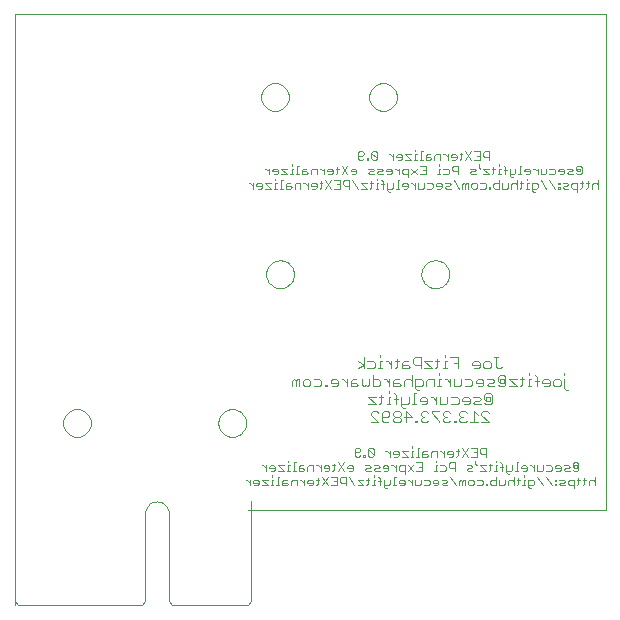
<source format=gbo>
G75*
%MOIN*%
%OFA0B0*%
%FSLAX24Y24*%
%IPPOS*%
%LPD*%
%AMOC8*
5,1,8,0,0,1.08239X$1,22.5*
%
%ADD10C,0.0000*%
%ADD11C,0.0030*%
%ADD12C,0.0028*%
D10*
X000150Y000110D02*
X000150Y019795D01*
X019835Y019795D01*
X019835Y003259D01*
X007926Y003259D01*
X006919Y006173D02*
X006921Y006216D01*
X006927Y006258D01*
X006937Y006300D01*
X006950Y006340D01*
X006968Y006379D01*
X006988Y006417D01*
X007013Y006452D01*
X007040Y006485D01*
X007070Y006515D01*
X007103Y006542D01*
X007138Y006567D01*
X007176Y006587D01*
X007215Y006605D01*
X007255Y006618D01*
X007297Y006628D01*
X007339Y006634D01*
X007382Y006636D01*
X007425Y006634D01*
X007467Y006628D01*
X007509Y006618D01*
X007549Y006605D01*
X007588Y006587D01*
X007626Y006567D01*
X007661Y006542D01*
X007694Y006515D01*
X007724Y006485D01*
X007751Y006452D01*
X007776Y006417D01*
X007796Y006379D01*
X007814Y006340D01*
X007827Y006300D01*
X007837Y006258D01*
X007843Y006216D01*
X007845Y006173D01*
X007843Y006130D01*
X007837Y006088D01*
X007827Y006046D01*
X007814Y006006D01*
X007796Y005967D01*
X007776Y005929D01*
X007751Y005894D01*
X007724Y005861D01*
X007694Y005831D01*
X007661Y005804D01*
X007626Y005779D01*
X007588Y005759D01*
X007549Y005741D01*
X007509Y005728D01*
X007467Y005718D01*
X007425Y005712D01*
X007382Y005710D01*
X007339Y005712D01*
X007297Y005718D01*
X007255Y005728D01*
X007215Y005741D01*
X007176Y005759D01*
X007138Y005779D01*
X007103Y005804D01*
X007070Y005831D01*
X007040Y005861D01*
X007013Y005894D01*
X006988Y005929D01*
X006968Y005967D01*
X006950Y006006D01*
X006937Y006046D01*
X006927Y006088D01*
X006921Y006130D01*
X006919Y006173D01*
X001746Y006173D02*
X001748Y006216D01*
X001754Y006258D01*
X001764Y006300D01*
X001777Y006340D01*
X001795Y006379D01*
X001815Y006417D01*
X001840Y006452D01*
X001867Y006485D01*
X001897Y006515D01*
X001930Y006542D01*
X001965Y006567D01*
X002003Y006587D01*
X002042Y006605D01*
X002082Y006618D01*
X002124Y006628D01*
X002166Y006634D01*
X002209Y006636D01*
X002252Y006634D01*
X002294Y006628D01*
X002336Y006618D01*
X002376Y006605D01*
X002415Y006587D01*
X002453Y006567D01*
X002488Y006542D01*
X002521Y006515D01*
X002551Y006485D01*
X002578Y006452D01*
X002603Y006417D01*
X002623Y006379D01*
X002641Y006340D01*
X002654Y006300D01*
X002664Y006258D01*
X002670Y006216D01*
X002672Y006173D01*
X002670Y006130D01*
X002664Y006088D01*
X002654Y006046D01*
X002641Y006006D01*
X002623Y005967D01*
X002603Y005929D01*
X002578Y005894D01*
X002551Y005861D01*
X002521Y005831D01*
X002488Y005804D01*
X002453Y005779D01*
X002415Y005759D01*
X002376Y005741D01*
X002336Y005728D01*
X002294Y005718D01*
X002252Y005712D01*
X002209Y005710D01*
X002166Y005712D01*
X002124Y005718D01*
X002082Y005728D01*
X002042Y005741D01*
X002003Y005759D01*
X001965Y005779D01*
X001930Y005804D01*
X001897Y005831D01*
X001867Y005861D01*
X001840Y005894D01*
X001815Y005929D01*
X001795Y005967D01*
X001777Y006006D01*
X001764Y006046D01*
X001754Y006088D01*
X001748Y006130D01*
X001746Y006173D01*
X008518Y011133D02*
X008520Y011176D01*
X008526Y011218D01*
X008536Y011260D01*
X008549Y011300D01*
X008567Y011339D01*
X008587Y011377D01*
X008612Y011412D01*
X008639Y011445D01*
X008669Y011475D01*
X008702Y011502D01*
X008737Y011527D01*
X008775Y011547D01*
X008814Y011565D01*
X008854Y011578D01*
X008896Y011588D01*
X008938Y011594D01*
X008981Y011596D01*
X009024Y011594D01*
X009066Y011588D01*
X009108Y011578D01*
X009148Y011565D01*
X009187Y011547D01*
X009225Y011527D01*
X009260Y011502D01*
X009293Y011475D01*
X009323Y011445D01*
X009350Y011412D01*
X009375Y011377D01*
X009395Y011339D01*
X009413Y011300D01*
X009426Y011260D01*
X009436Y011218D01*
X009442Y011176D01*
X009444Y011133D01*
X009442Y011090D01*
X009436Y011048D01*
X009426Y011006D01*
X009413Y010966D01*
X009395Y010927D01*
X009375Y010889D01*
X009350Y010854D01*
X009323Y010821D01*
X009293Y010791D01*
X009260Y010764D01*
X009225Y010739D01*
X009187Y010719D01*
X009148Y010701D01*
X009108Y010688D01*
X009066Y010678D01*
X009024Y010672D01*
X008981Y010670D01*
X008938Y010672D01*
X008896Y010678D01*
X008854Y010688D01*
X008814Y010701D01*
X008775Y010719D01*
X008737Y010739D01*
X008702Y010764D01*
X008669Y010791D01*
X008639Y010821D01*
X008612Y010854D01*
X008587Y010889D01*
X008567Y010927D01*
X008549Y010966D01*
X008536Y011006D01*
X008526Y011048D01*
X008520Y011090D01*
X008518Y011133D01*
X013691Y011133D02*
X013693Y011176D01*
X013699Y011218D01*
X013709Y011260D01*
X013722Y011300D01*
X013740Y011339D01*
X013760Y011377D01*
X013785Y011412D01*
X013812Y011445D01*
X013842Y011475D01*
X013875Y011502D01*
X013910Y011527D01*
X013948Y011547D01*
X013987Y011565D01*
X014027Y011578D01*
X014069Y011588D01*
X014111Y011594D01*
X014154Y011596D01*
X014197Y011594D01*
X014239Y011588D01*
X014281Y011578D01*
X014321Y011565D01*
X014360Y011547D01*
X014398Y011527D01*
X014433Y011502D01*
X014466Y011475D01*
X014496Y011445D01*
X014523Y011412D01*
X014548Y011377D01*
X014568Y011339D01*
X014586Y011300D01*
X014599Y011260D01*
X014609Y011218D01*
X014615Y011176D01*
X014617Y011133D01*
X014615Y011090D01*
X014609Y011048D01*
X014599Y011006D01*
X014586Y010966D01*
X014568Y010927D01*
X014548Y010889D01*
X014523Y010854D01*
X014496Y010821D01*
X014466Y010791D01*
X014433Y010764D01*
X014398Y010739D01*
X014360Y010719D01*
X014321Y010701D01*
X014281Y010688D01*
X014239Y010678D01*
X014197Y010672D01*
X014154Y010670D01*
X014111Y010672D01*
X014069Y010678D01*
X014027Y010688D01*
X013987Y010701D01*
X013948Y010719D01*
X013910Y010739D01*
X013875Y010764D01*
X013842Y010791D01*
X013812Y010821D01*
X013785Y010854D01*
X013760Y010889D01*
X013740Y010927D01*
X013722Y010966D01*
X013709Y011006D01*
X013699Y011048D01*
X013693Y011090D01*
X013691Y011133D01*
X011951Y017039D02*
X011953Y017082D01*
X011959Y017124D01*
X011969Y017166D01*
X011982Y017206D01*
X012000Y017245D01*
X012020Y017283D01*
X012045Y017318D01*
X012072Y017351D01*
X012102Y017381D01*
X012135Y017408D01*
X012170Y017433D01*
X012208Y017453D01*
X012247Y017471D01*
X012287Y017484D01*
X012329Y017494D01*
X012371Y017500D01*
X012414Y017502D01*
X012457Y017500D01*
X012499Y017494D01*
X012541Y017484D01*
X012581Y017471D01*
X012620Y017453D01*
X012658Y017433D01*
X012693Y017408D01*
X012726Y017381D01*
X012756Y017351D01*
X012783Y017318D01*
X012808Y017283D01*
X012828Y017245D01*
X012846Y017206D01*
X012859Y017166D01*
X012869Y017124D01*
X012875Y017082D01*
X012877Y017039D01*
X012875Y016996D01*
X012869Y016954D01*
X012859Y016912D01*
X012846Y016872D01*
X012828Y016833D01*
X012808Y016795D01*
X012783Y016760D01*
X012756Y016727D01*
X012726Y016697D01*
X012693Y016670D01*
X012658Y016645D01*
X012620Y016625D01*
X012581Y016607D01*
X012541Y016594D01*
X012499Y016584D01*
X012457Y016578D01*
X012414Y016576D01*
X012371Y016578D01*
X012329Y016584D01*
X012287Y016594D01*
X012247Y016607D01*
X012208Y016625D01*
X012170Y016645D01*
X012135Y016670D01*
X012102Y016697D01*
X012072Y016727D01*
X012045Y016760D01*
X012020Y016795D01*
X012000Y016833D01*
X011982Y016872D01*
X011969Y016912D01*
X011959Y016954D01*
X011953Y016996D01*
X011951Y017039D01*
X008348Y017039D02*
X008350Y017082D01*
X008356Y017124D01*
X008366Y017166D01*
X008379Y017206D01*
X008397Y017245D01*
X008417Y017283D01*
X008442Y017318D01*
X008469Y017351D01*
X008499Y017381D01*
X008532Y017408D01*
X008567Y017433D01*
X008605Y017453D01*
X008644Y017471D01*
X008684Y017484D01*
X008726Y017494D01*
X008768Y017500D01*
X008811Y017502D01*
X008854Y017500D01*
X008896Y017494D01*
X008938Y017484D01*
X008978Y017471D01*
X009017Y017453D01*
X009055Y017433D01*
X009090Y017408D01*
X009123Y017381D01*
X009153Y017351D01*
X009180Y017318D01*
X009205Y017283D01*
X009225Y017245D01*
X009243Y017206D01*
X009256Y017166D01*
X009266Y017124D01*
X009272Y017082D01*
X009274Y017039D01*
X009272Y016996D01*
X009266Y016954D01*
X009256Y016912D01*
X009243Y016872D01*
X009225Y016833D01*
X009205Y016795D01*
X009180Y016760D01*
X009153Y016727D01*
X009123Y016697D01*
X009090Y016670D01*
X009055Y016645D01*
X009017Y016625D01*
X008978Y016607D01*
X008938Y016594D01*
X008896Y016584D01*
X008854Y016578D01*
X008811Y016576D01*
X008768Y016578D01*
X008726Y016584D01*
X008684Y016594D01*
X008644Y016607D01*
X008605Y016625D01*
X008567Y016645D01*
X008532Y016670D01*
X008499Y016697D01*
X008469Y016727D01*
X008442Y016760D01*
X008417Y016795D01*
X008397Y016833D01*
X008379Y016872D01*
X008366Y016912D01*
X008356Y016954D01*
X008350Y016996D01*
X008348Y017039D01*
D11*
X009360Y014801D02*
X009360Y014753D01*
X009360Y014656D02*
X009360Y014463D01*
X009312Y014463D02*
X009409Y014463D01*
X009509Y014463D02*
X009605Y014463D01*
X009557Y014463D02*
X009557Y014753D01*
X009605Y014753D01*
X009706Y014608D02*
X009706Y014463D01*
X009852Y014463D01*
X009900Y014511D01*
X009852Y014559D01*
X009706Y014559D01*
X009706Y014608D02*
X009755Y014656D01*
X009852Y014656D01*
X010001Y014608D02*
X010001Y014463D01*
X010001Y014608D02*
X010049Y014656D01*
X010195Y014656D01*
X010195Y014463D01*
X010295Y014656D02*
X010343Y014656D01*
X010440Y014559D01*
X010440Y014463D02*
X010440Y014656D01*
X010541Y014608D02*
X010541Y014559D01*
X010735Y014559D01*
X010735Y014511D02*
X010735Y014608D01*
X010686Y014656D01*
X010590Y014656D01*
X010541Y014608D01*
X010590Y014463D02*
X010686Y014463D01*
X010735Y014511D01*
X010834Y014463D02*
X010883Y014511D01*
X010883Y014705D01*
X010931Y014656D02*
X010834Y014656D01*
X011032Y014753D02*
X011226Y014463D01*
X011327Y014559D02*
X011521Y014559D01*
X011521Y014511D02*
X011521Y014608D01*
X011472Y014656D01*
X011375Y014656D01*
X011327Y014608D01*
X011327Y014559D01*
X011375Y014463D02*
X011472Y014463D01*
X011521Y014511D01*
X011376Y014273D02*
X011570Y013983D01*
X011671Y013983D02*
X011864Y013983D01*
X011671Y014176D01*
X011864Y014176D01*
X011964Y014176D02*
X012061Y014176D01*
X012012Y014225D02*
X012012Y014031D01*
X011964Y013983D01*
X012160Y013983D02*
X012257Y013983D01*
X012209Y013983D02*
X012209Y014176D01*
X012257Y014176D01*
X012209Y014273D02*
X012209Y014321D01*
X012259Y014463D02*
X012211Y014511D01*
X012259Y014559D01*
X012356Y014559D01*
X012404Y014608D01*
X012356Y014656D01*
X012211Y014656D01*
X012110Y014608D02*
X012061Y014656D01*
X011916Y014656D01*
X011965Y014559D02*
X012061Y014559D01*
X012110Y014608D01*
X012110Y014463D02*
X011965Y014463D01*
X011916Y014511D01*
X011965Y014559D01*
X011913Y014943D02*
X011865Y014943D01*
X011865Y014991D01*
X011913Y014991D01*
X011913Y014943D01*
X012015Y014991D02*
X012063Y014943D01*
X012160Y014943D01*
X012208Y014991D01*
X012015Y015185D01*
X012015Y014991D01*
X012208Y014991D02*
X012208Y015185D01*
X012160Y015233D01*
X012063Y015233D01*
X012015Y015185D01*
X011766Y015185D02*
X011766Y015136D01*
X011718Y015088D01*
X011573Y015088D01*
X011573Y014991D02*
X011573Y015185D01*
X011621Y015233D01*
X011718Y015233D01*
X011766Y015185D01*
X011766Y014991D02*
X011718Y014943D01*
X011621Y014943D01*
X011573Y014991D01*
X011226Y014753D02*
X011032Y014463D01*
X010980Y014273D02*
X010980Y013983D01*
X010787Y013983D01*
X010686Y013983D02*
X010492Y014273D01*
X010391Y014176D02*
X010294Y014176D01*
X010343Y014225D02*
X010343Y014031D01*
X010294Y013983D01*
X010195Y014031D02*
X010195Y014128D01*
X010146Y014176D01*
X010049Y014176D01*
X010001Y014128D01*
X010001Y014079D01*
X010195Y014079D01*
X010195Y014031D02*
X010146Y013983D01*
X010049Y013983D01*
X009900Y013983D02*
X009900Y014176D01*
X009900Y014079D02*
X009803Y014176D01*
X009755Y014176D01*
X009654Y014176D02*
X009509Y014176D01*
X009461Y014128D01*
X009461Y013983D01*
X009360Y014031D02*
X009311Y014079D01*
X009166Y014079D01*
X009166Y014128D02*
X009166Y013983D01*
X009311Y013983D01*
X009360Y014031D01*
X009311Y014176D02*
X009215Y014176D01*
X009166Y014128D01*
X009065Y014273D02*
X009017Y014273D01*
X009017Y013983D01*
X009065Y013983D02*
X008968Y013983D01*
X008869Y013983D02*
X008772Y013983D01*
X008820Y013983D02*
X008820Y014176D01*
X008869Y014176D01*
X008820Y014273D02*
X008820Y014321D01*
X008773Y014463D02*
X008869Y014463D01*
X008918Y014511D01*
X008918Y014608D01*
X008869Y014656D01*
X008773Y014656D01*
X008724Y014608D01*
X008724Y014559D01*
X008918Y014559D01*
X009019Y014463D02*
X009212Y014463D01*
X009019Y014656D01*
X009212Y014656D01*
X009360Y014656D02*
X009409Y014656D01*
X009654Y014176D02*
X009654Y013983D01*
X010492Y013983D02*
X010686Y014273D01*
X010787Y014273D02*
X010980Y014273D01*
X011081Y014225D02*
X011081Y014128D01*
X011130Y014079D01*
X011275Y014079D01*
X011275Y013983D02*
X011275Y014273D01*
X011130Y014273D01*
X011081Y014225D01*
X010980Y014128D02*
X010884Y014128D01*
X012259Y014463D02*
X012404Y014463D01*
X012506Y014559D02*
X012699Y014559D01*
X012699Y014511D02*
X012699Y014608D01*
X012651Y014656D01*
X012554Y014656D01*
X012506Y014608D01*
X012506Y014559D01*
X012554Y014463D02*
X012651Y014463D01*
X012699Y014511D01*
X012800Y014656D02*
X012848Y014656D01*
X012945Y014559D01*
X012945Y014463D02*
X012945Y014656D01*
X013046Y014608D02*
X013046Y014511D01*
X013094Y014463D01*
X013239Y014463D01*
X013239Y014366D02*
X013239Y014656D01*
X013094Y014656D01*
X013046Y014608D01*
X013340Y014656D02*
X013534Y014463D01*
X013635Y014463D02*
X013829Y014463D01*
X013829Y014753D01*
X013635Y014753D01*
X013534Y014656D02*
X013340Y014463D01*
X013340Y014176D02*
X013388Y014176D01*
X013485Y014079D01*
X013485Y013983D02*
X013485Y014176D01*
X013586Y014176D02*
X013586Y013983D01*
X013731Y013983D01*
X013780Y014031D01*
X013780Y014176D01*
X013881Y014176D02*
X014026Y014176D01*
X014074Y014128D01*
X014074Y014031D01*
X014026Y013983D01*
X013881Y013983D01*
X014175Y014079D02*
X014369Y014079D01*
X014369Y014031D02*
X014369Y014128D01*
X014320Y014176D01*
X014224Y014176D01*
X014175Y014128D01*
X014175Y014079D01*
X014224Y013983D02*
X014320Y013983D01*
X014369Y014031D01*
X014470Y014031D02*
X014518Y014079D01*
X014615Y014079D01*
X014663Y014128D01*
X014615Y014176D01*
X014470Y014176D01*
X014470Y014031D02*
X014518Y013983D01*
X014663Y013983D01*
X014958Y013983D02*
X014765Y014273D01*
X014909Y014463D02*
X014909Y014753D01*
X014764Y014753D01*
X014716Y014705D01*
X014716Y014608D01*
X014764Y014559D01*
X014909Y014559D01*
X014614Y014511D02*
X014566Y014463D01*
X014421Y014463D01*
X014320Y014463D02*
X014223Y014463D01*
X014271Y014463D02*
X014271Y014656D01*
X014320Y014656D01*
X014421Y014656D02*
X014566Y014656D01*
X014614Y014608D01*
X014614Y014511D01*
X014271Y014753D02*
X014271Y014801D01*
X014320Y014943D02*
X014320Y015136D01*
X014175Y015136D01*
X014126Y015088D01*
X014126Y014943D01*
X014025Y014991D02*
X013977Y014943D01*
X013832Y014943D01*
X013832Y015088D01*
X013880Y015136D01*
X013977Y015136D01*
X013977Y015039D02*
X013832Y015039D01*
X013730Y014943D02*
X013634Y014943D01*
X013682Y014943D02*
X013682Y015233D01*
X013730Y015233D01*
X013534Y015136D02*
X013486Y015136D01*
X013486Y014943D01*
X013534Y014943D02*
X013437Y014943D01*
X013338Y014943D02*
X013144Y014943D01*
X013043Y014991D02*
X012995Y014943D01*
X012898Y014943D01*
X012849Y015039D02*
X013043Y015039D01*
X013043Y014991D02*
X013043Y015088D01*
X012995Y015136D01*
X012898Y015136D01*
X012849Y015088D01*
X012849Y015039D01*
X012748Y015039D02*
X012652Y015136D01*
X012603Y015136D01*
X012748Y015136D02*
X012748Y014943D01*
X013144Y015136D02*
X013338Y014943D01*
X013338Y015136D02*
X013144Y015136D01*
X013486Y015233D02*
X013486Y015281D01*
X013977Y015039D02*
X014025Y014991D01*
X014420Y015136D02*
X014469Y015136D01*
X014565Y015039D01*
X014565Y014943D02*
X014565Y015136D01*
X014666Y015088D02*
X014666Y015039D01*
X014860Y015039D01*
X014860Y014991D02*
X014860Y015088D01*
X014812Y015136D01*
X014715Y015136D01*
X014666Y015088D01*
X014715Y014943D02*
X014812Y014943D01*
X014860Y014991D01*
X014960Y014943D02*
X015008Y014991D01*
X015008Y015185D01*
X015056Y015136D02*
X014960Y015136D01*
X015158Y015233D02*
X015351Y014943D01*
X015452Y014943D02*
X015646Y014943D01*
X015646Y015233D01*
X015452Y015233D01*
X015351Y015233D02*
X015158Y014943D01*
X015305Y014656D02*
X015450Y014656D01*
X015498Y014608D01*
X015450Y014559D01*
X015353Y014559D01*
X015305Y014511D01*
X015353Y014463D01*
X015498Y014463D01*
X015646Y014656D02*
X015597Y014705D01*
X015597Y014801D01*
X015747Y014656D02*
X015940Y014463D01*
X015747Y014463D01*
X015747Y014656D02*
X015940Y014656D01*
X016040Y014656D02*
X016137Y014656D01*
X016088Y014705D02*
X016088Y014511D01*
X016040Y014463D01*
X016236Y014463D02*
X016333Y014463D01*
X016285Y014463D02*
X016285Y014656D01*
X016333Y014656D01*
X016285Y014753D02*
X016285Y014801D01*
X016433Y014753D02*
X016481Y014705D01*
X016481Y014463D01*
X016631Y014463D02*
X016776Y014463D01*
X016824Y014511D01*
X016824Y014656D01*
X016972Y014753D02*
X016972Y014463D01*
X016924Y014463D02*
X017021Y014463D01*
X017122Y014559D02*
X017315Y014559D01*
X017315Y014511D02*
X017315Y014608D01*
X017267Y014656D01*
X017170Y014656D01*
X017122Y014608D01*
X017122Y014559D01*
X017170Y014463D02*
X017267Y014463D01*
X017315Y014511D01*
X017416Y014656D02*
X017464Y014656D01*
X017561Y014559D01*
X017561Y014463D02*
X017561Y014656D01*
X017662Y014656D02*
X017662Y014463D01*
X017807Y014463D01*
X017856Y014511D01*
X017856Y014656D01*
X017957Y014656D02*
X018102Y014656D01*
X018150Y014608D01*
X018150Y014511D01*
X018102Y014463D01*
X017957Y014463D01*
X017957Y014273D02*
X018150Y013983D01*
X018249Y013983D02*
X018298Y013983D01*
X018298Y014031D01*
X018249Y014031D01*
X018249Y013983D01*
X018249Y014128D02*
X018298Y014128D01*
X018298Y014176D01*
X018249Y014176D01*
X018249Y014128D01*
X018399Y014176D02*
X018544Y014176D01*
X018592Y014128D01*
X018544Y014079D01*
X018447Y014079D01*
X018399Y014031D01*
X018447Y013983D01*
X018592Y013983D01*
X018693Y014031D02*
X018742Y013983D01*
X018887Y013983D01*
X018887Y013886D02*
X018887Y014176D01*
X018742Y014176D01*
X018693Y014128D01*
X018693Y014031D01*
X018987Y013983D02*
X019035Y014031D01*
X019035Y014225D01*
X019083Y014176D02*
X018987Y014176D01*
X019183Y014176D02*
X019280Y014176D01*
X019231Y014225D02*
X019231Y014031D01*
X019183Y013983D01*
X019381Y013983D02*
X019381Y014128D01*
X019429Y014176D01*
X019526Y014176D01*
X019574Y014128D01*
X019574Y014273D02*
X019574Y013983D01*
X019034Y014511D02*
X019034Y014705D01*
X018986Y014753D01*
X018889Y014753D01*
X018841Y014705D01*
X018841Y014608D01*
X018889Y014559D01*
X018889Y014656D01*
X018986Y014656D01*
X018986Y014559D01*
X018889Y014559D01*
X018841Y014511D02*
X018889Y014463D01*
X018986Y014463D01*
X019034Y014511D01*
X018740Y014463D02*
X018594Y014463D01*
X018546Y014511D01*
X018594Y014559D01*
X018691Y014559D01*
X018740Y014608D01*
X018691Y014656D01*
X018546Y014656D01*
X018445Y014608D02*
X018396Y014656D01*
X018300Y014656D01*
X018251Y014608D01*
X018251Y014559D01*
X018445Y014559D01*
X018445Y014511D02*
X018445Y014608D01*
X018445Y014511D02*
X018396Y014463D01*
X018300Y014463D01*
X017856Y013983D02*
X017662Y014273D01*
X017561Y014128D02*
X017561Y014031D01*
X017513Y013983D01*
X017367Y013983D01*
X017367Y013934D02*
X017367Y014176D01*
X017513Y014176D01*
X017561Y014128D01*
X017464Y013886D02*
X017416Y013886D01*
X017367Y013934D01*
X017266Y013983D02*
X017169Y013983D01*
X017218Y013983D02*
X017218Y014176D01*
X017266Y014176D01*
X017218Y014273D02*
X017218Y014321D01*
X017070Y014176D02*
X016973Y014176D01*
X017021Y014225D02*
X017021Y014031D01*
X016973Y013983D01*
X016873Y013983D02*
X016873Y014273D01*
X016825Y014176D02*
X016728Y014176D01*
X016680Y014128D01*
X016680Y013983D01*
X016579Y014031D02*
X016530Y013983D01*
X016385Y013983D01*
X016385Y014176D01*
X016284Y014176D02*
X016139Y014176D01*
X016091Y014128D01*
X016091Y014031D01*
X016139Y013983D01*
X016284Y013983D01*
X016284Y014273D01*
X015989Y014031D02*
X015941Y014031D01*
X015941Y013983D01*
X015989Y013983D01*
X015989Y014031D01*
X015842Y014031D02*
X015794Y013983D01*
X015649Y013983D01*
X015547Y014031D02*
X015499Y013983D01*
X015402Y013983D01*
X015354Y014031D01*
X015354Y014128D01*
X015402Y014176D01*
X015499Y014176D01*
X015547Y014128D01*
X015547Y014031D01*
X015649Y014176D02*
X015794Y014176D01*
X015842Y014128D01*
X015842Y014031D01*
X015253Y013983D02*
X015253Y014176D01*
X015204Y014176D01*
X015156Y014128D01*
X015108Y014176D01*
X015059Y014128D01*
X015059Y013983D01*
X015156Y013983D02*
X015156Y014128D01*
X015940Y014943D02*
X015940Y015233D01*
X015795Y015233D01*
X015747Y015185D01*
X015747Y015088D01*
X015795Y015039D01*
X015940Y015039D01*
X015646Y015088D02*
X015549Y015088D01*
X016433Y014608D02*
X016530Y014608D01*
X016631Y014656D02*
X016631Y014414D01*
X016679Y014366D01*
X016728Y014366D01*
X016825Y014176D02*
X016873Y014128D01*
X016579Y014176D02*
X016579Y014031D01*
X016972Y014753D02*
X017021Y014753D01*
X013829Y014608D02*
X013732Y014608D01*
X013239Y014128D02*
X013191Y014176D01*
X013094Y014176D01*
X013046Y014128D01*
X013046Y014079D01*
X013239Y014079D01*
X013239Y014031D02*
X013239Y014128D01*
X013239Y014031D02*
X013191Y013983D01*
X013094Y013983D01*
X012945Y013983D02*
X012848Y013983D01*
X012896Y013983D02*
X012896Y014273D01*
X012945Y014273D01*
X012748Y014176D02*
X012748Y014031D01*
X012700Y013983D01*
X012555Y013983D01*
X012555Y013934D02*
X012603Y013886D01*
X012652Y013886D01*
X012555Y013934D02*
X012555Y014176D01*
X012454Y014128D02*
X012357Y014128D01*
X012405Y014225D02*
X012357Y014273D01*
X012405Y014225D02*
X012405Y013983D01*
X008672Y013983D02*
X008479Y013983D01*
X008378Y014031D02*
X008378Y014128D01*
X008329Y014176D01*
X008232Y014176D01*
X008184Y014128D01*
X008184Y014079D01*
X008378Y014079D01*
X008378Y014031D02*
X008329Y013983D01*
X008232Y013983D01*
X008083Y013983D02*
X008083Y014176D01*
X008083Y014079D02*
X007986Y014176D01*
X007938Y014176D01*
X008479Y014176D02*
X008672Y013983D01*
X008672Y014176D02*
X008479Y014176D01*
X008623Y014463D02*
X008623Y014656D01*
X008623Y014559D02*
X008526Y014656D01*
X008478Y014656D01*
X012318Y008425D02*
X012318Y008363D01*
X012318Y008239D02*
X012318Y007993D01*
X012380Y007993D02*
X012256Y007993D01*
X012134Y008054D02*
X012134Y008178D01*
X012073Y008239D01*
X011887Y008239D01*
X011766Y008116D02*
X011581Y008239D01*
X011766Y008116D02*
X011581Y007993D01*
X011766Y007993D02*
X011766Y008363D01*
X011887Y007993D02*
X012073Y007993D01*
X012134Y008054D01*
X012318Y008239D02*
X012380Y008239D01*
X012502Y008239D02*
X012563Y008239D01*
X012687Y008116D01*
X012687Y007993D02*
X012687Y008239D01*
X012809Y008239D02*
X012932Y008239D01*
X012871Y008301D02*
X012871Y008054D01*
X012809Y007993D01*
X013054Y007993D02*
X013054Y008178D01*
X013116Y008239D01*
X013239Y008239D01*
X013239Y008116D02*
X013054Y008116D01*
X013054Y007993D02*
X013239Y007993D01*
X013301Y008054D01*
X013239Y008116D01*
X013422Y008178D02*
X013484Y008116D01*
X013669Y008116D01*
X013669Y007993D02*
X013669Y008363D01*
X013484Y008363D01*
X013422Y008301D01*
X013422Y008178D01*
X013790Y008239D02*
X014037Y007993D01*
X013790Y007993D01*
X013790Y008239D02*
X014037Y008239D01*
X014159Y008239D02*
X014283Y008239D01*
X014221Y008301D02*
X014221Y008054D01*
X014159Y007993D01*
X014283Y007825D02*
X014283Y007763D01*
X014283Y007639D02*
X014283Y007393D01*
X014344Y007393D02*
X014221Y007393D01*
X014099Y007393D02*
X014099Y007639D01*
X013914Y007639D01*
X013852Y007578D01*
X013852Y007393D01*
X013730Y007454D02*
X013730Y007578D01*
X013669Y007639D01*
X013484Y007639D01*
X013484Y007331D01*
X013545Y007269D01*
X013607Y007269D01*
X013669Y007393D02*
X013484Y007393D01*
X013362Y007393D02*
X013362Y007763D01*
X013300Y007639D02*
X013177Y007639D01*
X013115Y007578D01*
X013115Y007393D01*
X012994Y007454D02*
X012932Y007516D01*
X012747Y007516D01*
X012747Y007578D02*
X012747Y007393D01*
X012932Y007393D01*
X012994Y007454D01*
X012932Y007639D02*
X012809Y007639D01*
X012747Y007578D01*
X012625Y007639D02*
X012625Y007393D01*
X012625Y007516D02*
X012502Y007639D01*
X012440Y007639D01*
X012319Y007578D02*
X012319Y007454D01*
X012257Y007393D01*
X012072Y007393D01*
X012072Y007763D01*
X012072Y007639D02*
X012257Y007639D01*
X012319Y007578D01*
X011950Y007639D02*
X011950Y007454D01*
X011888Y007393D01*
X011827Y007454D01*
X011765Y007393D01*
X011703Y007454D01*
X011703Y007639D01*
X011520Y007639D02*
X011397Y007639D01*
X011335Y007578D01*
X011335Y007393D01*
X011520Y007393D01*
X011582Y007454D01*
X011520Y007516D01*
X011335Y007516D01*
X011214Y007516D02*
X011090Y007639D01*
X011028Y007639D01*
X010907Y007578D02*
X010907Y007454D01*
X010845Y007393D01*
X010721Y007393D01*
X010660Y007516D02*
X010907Y007516D01*
X010907Y007578D02*
X010845Y007639D01*
X010721Y007639D01*
X010660Y007578D01*
X010660Y007516D01*
X010538Y007454D02*
X010477Y007454D01*
X010477Y007393D01*
X010538Y007393D01*
X010538Y007454D01*
X010354Y007454D02*
X010354Y007578D01*
X010292Y007639D01*
X010107Y007639D01*
X009986Y007578D02*
X009986Y007454D01*
X009924Y007393D01*
X009801Y007393D01*
X009739Y007454D01*
X009739Y007578D01*
X009801Y007639D01*
X009924Y007639D01*
X009986Y007578D01*
X010107Y007393D02*
X010292Y007393D01*
X010354Y007454D01*
X009618Y007393D02*
X009618Y007639D01*
X009556Y007639D01*
X009494Y007578D01*
X009432Y007639D01*
X009371Y007578D01*
X009371Y007393D01*
X009494Y007393D02*
X009494Y007578D01*
X011214Y007639D02*
X011214Y007393D01*
X011918Y007039D02*
X012165Y006793D01*
X011918Y006793D01*
X011918Y007039D02*
X012165Y007039D01*
X012287Y007039D02*
X012411Y007039D01*
X012349Y007101D02*
X012349Y006854D01*
X012287Y006793D01*
X012533Y006793D02*
X012656Y006793D01*
X012594Y006793D02*
X012594Y007039D01*
X012656Y007039D01*
X012778Y006978D02*
X012902Y006978D01*
X013023Y007039D02*
X013023Y006731D01*
X013085Y006669D01*
X013147Y006669D01*
X013177Y006563D02*
X013362Y006378D01*
X013115Y006378D01*
X012994Y006439D02*
X012994Y006501D01*
X012932Y006563D01*
X012809Y006563D01*
X012747Y006501D01*
X012747Y006439D01*
X012809Y006378D01*
X012932Y006378D01*
X012994Y006439D01*
X012932Y006378D02*
X012994Y006316D01*
X012994Y006254D01*
X012932Y006193D01*
X012809Y006193D01*
X012747Y006254D01*
X012747Y006316D01*
X012809Y006378D01*
X012625Y006439D02*
X012564Y006378D01*
X012379Y006378D01*
X012379Y006501D02*
X012440Y006563D01*
X012564Y006563D01*
X012625Y006501D01*
X012625Y006439D01*
X012625Y006254D02*
X012564Y006193D01*
X012440Y006193D01*
X012379Y006254D01*
X012379Y006501D01*
X012257Y006501D02*
X012195Y006563D01*
X012072Y006563D01*
X012010Y006501D01*
X012010Y006439D01*
X012257Y006193D01*
X012010Y006193D01*
X012840Y006793D02*
X012840Y007101D01*
X012778Y007163D01*
X012594Y007163D02*
X012594Y007225D01*
X013023Y006793D02*
X013208Y006793D01*
X013270Y006854D01*
X013270Y007039D01*
X013454Y007163D02*
X013454Y006793D01*
X013516Y006793D02*
X013392Y006793D01*
X013637Y006916D02*
X013637Y006978D01*
X013699Y007039D01*
X013822Y007039D01*
X013884Y006978D01*
X013884Y006854D01*
X013822Y006793D01*
X013699Y006793D01*
X013637Y006916D02*
X013884Y006916D01*
X014006Y007039D02*
X014067Y007039D01*
X014191Y006916D01*
X014191Y006793D02*
X014191Y007039D01*
X014312Y007039D02*
X014312Y006793D01*
X014497Y006793D01*
X014559Y006854D01*
X014559Y007039D01*
X014681Y007039D02*
X014866Y007039D01*
X014927Y006978D01*
X014927Y006854D01*
X014866Y006793D01*
X014681Y006793D01*
X014589Y006563D02*
X014466Y006563D01*
X014404Y006501D01*
X014404Y006439D01*
X014466Y006378D01*
X014404Y006316D01*
X014404Y006254D01*
X014466Y006193D01*
X014589Y006193D01*
X014651Y006254D01*
X014774Y006254D02*
X014774Y006193D01*
X014835Y006193D01*
X014835Y006254D01*
X014774Y006254D01*
X014957Y006254D02*
X015018Y006193D01*
X015142Y006193D01*
X015204Y006254D01*
X015325Y006193D02*
X015572Y006193D01*
X015693Y006193D02*
X015940Y006193D01*
X015693Y006439D01*
X015693Y006501D01*
X015755Y006563D01*
X015879Y006563D01*
X015940Y006501D01*
X015971Y006793D02*
X016032Y006854D01*
X016032Y007101D01*
X015971Y007163D01*
X015847Y007163D01*
X015785Y007101D01*
X015785Y006978D01*
X015847Y006916D01*
X015847Y007039D01*
X015971Y007039D01*
X015971Y006916D01*
X015847Y006916D01*
X015785Y006854D02*
X015847Y006793D01*
X015971Y006793D01*
X015664Y006793D02*
X015479Y006793D01*
X015417Y006854D01*
X015479Y006916D01*
X015602Y006916D01*
X015664Y006978D01*
X015602Y007039D01*
X015417Y007039D01*
X015296Y006978D02*
X015296Y006854D01*
X015234Y006793D01*
X015111Y006793D01*
X015049Y006916D02*
X015296Y006916D01*
X015296Y006978D02*
X015234Y007039D01*
X015111Y007039D01*
X015049Y006978D01*
X015049Y006916D01*
X015018Y006563D02*
X014957Y006501D01*
X014957Y006439D01*
X015018Y006378D01*
X014957Y006316D01*
X014957Y006254D01*
X015018Y006378D02*
X015080Y006378D01*
X015204Y006501D02*
X015142Y006563D01*
X015018Y006563D01*
X014651Y006501D02*
X014589Y006563D01*
X014528Y006378D02*
X014466Y006378D01*
X014283Y006254D02*
X014283Y006193D01*
X014283Y006254D02*
X014036Y006501D01*
X014036Y006563D01*
X014283Y006563D01*
X013915Y006501D02*
X013853Y006563D01*
X013729Y006563D01*
X013668Y006501D01*
X013668Y006439D01*
X013729Y006378D01*
X013668Y006316D01*
X013668Y006254D01*
X013729Y006193D01*
X013853Y006193D01*
X013915Y006254D01*
X013791Y006378D02*
X013729Y006378D01*
X013546Y006254D02*
X013484Y006254D01*
X013484Y006193D01*
X013546Y006193D01*
X013546Y006254D01*
X013177Y006193D02*
X013177Y006563D01*
X013454Y007163D02*
X013516Y007163D01*
X013669Y007393D02*
X013730Y007454D01*
X013362Y007578D02*
X013300Y007639D01*
X014283Y007639D02*
X014344Y007639D01*
X014466Y007639D02*
X014528Y007639D01*
X014651Y007516D01*
X014651Y007393D02*
X014651Y007639D01*
X014773Y007639D02*
X014773Y007393D01*
X014958Y007393D01*
X015019Y007454D01*
X015019Y007639D01*
X015141Y007639D02*
X015326Y007639D01*
X015388Y007578D01*
X015388Y007454D01*
X015326Y007393D01*
X015141Y007393D01*
X015509Y007516D02*
X015756Y007516D01*
X015756Y007454D02*
X015756Y007578D01*
X015694Y007639D01*
X015571Y007639D01*
X015509Y007578D01*
X015509Y007516D01*
X015571Y007393D02*
X015694Y007393D01*
X015756Y007454D01*
X015878Y007454D02*
X015939Y007516D01*
X016063Y007516D01*
X016124Y007578D01*
X016063Y007639D01*
X015878Y007639D01*
X015878Y007454D02*
X015939Y007393D01*
X016124Y007393D01*
X016246Y007454D02*
X016308Y007393D01*
X016431Y007393D01*
X016493Y007454D01*
X016493Y007701D01*
X016431Y007763D01*
X016308Y007763D01*
X016246Y007701D01*
X016246Y007578D01*
X016308Y007516D01*
X016308Y007639D01*
X016431Y007639D01*
X016431Y007516D01*
X016308Y007516D01*
X016614Y007639D02*
X016861Y007393D01*
X016614Y007393D01*
X016614Y007639D02*
X016861Y007639D01*
X016983Y007639D02*
X017107Y007639D01*
X017045Y007701D02*
X017045Y007454D01*
X016983Y007393D01*
X017229Y007393D02*
X017352Y007393D01*
X017290Y007393D02*
X017290Y007639D01*
X017352Y007639D01*
X017474Y007578D02*
X017598Y007578D01*
X017719Y007578D02*
X017719Y007516D01*
X017966Y007516D01*
X017966Y007454D02*
X017966Y007578D01*
X017904Y007639D01*
X017781Y007639D01*
X017719Y007578D01*
X017781Y007393D02*
X017904Y007393D01*
X017966Y007454D01*
X018087Y007454D02*
X018087Y007578D01*
X018149Y007639D01*
X018273Y007639D01*
X018334Y007578D01*
X018334Y007454D01*
X018273Y007393D01*
X018149Y007393D01*
X018087Y007454D01*
X018456Y007331D02*
X018456Y007639D01*
X018456Y007763D02*
X018456Y007825D01*
X018456Y007331D02*
X018518Y007269D01*
X018580Y007269D01*
X017536Y007393D02*
X017536Y007701D01*
X017474Y007763D01*
X017290Y007763D02*
X017290Y007825D01*
X016370Y008054D02*
X016308Y007993D01*
X016247Y007993D01*
X016185Y008054D01*
X016185Y008363D01*
X016247Y008363D02*
X016123Y008363D01*
X015940Y008239D02*
X016002Y008178D01*
X016002Y008054D01*
X015940Y007993D01*
X015816Y007993D01*
X015755Y008054D01*
X015755Y008178D01*
X015816Y008239D01*
X015940Y008239D01*
X015633Y008178D02*
X015633Y008054D01*
X015572Y007993D01*
X015448Y007993D01*
X015386Y008116D02*
X015633Y008116D01*
X015633Y008178D02*
X015572Y008239D01*
X015448Y008239D01*
X015386Y008178D01*
X015386Y008116D01*
X014897Y008178D02*
X014773Y008178D01*
X014897Y008363D02*
X014650Y008363D01*
X014528Y008239D02*
X014467Y008239D01*
X014467Y007993D01*
X014528Y007993D02*
X014405Y007993D01*
X014467Y008363D02*
X014467Y008425D01*
X014897Y008363D02*
X014897Y007993D01*
X015449Y006563D02*
X015449Y006193D01*
X015572Y006439D02*
X015449Y006563D01*
X015535Y005344D02*
X015342Y005344D01*
X015241Y005344D02*
X015047Y005053D01*
X014898Y005102D02*
X014898Y005295D01*
X014946Y005247D02*
X014849Y005247D01*
X014750Y005198D02*
X014750Y005102D01*
X014701Y005053D01*
X014605Y005053D01*
X014556Y005150D02*
X014750Y005150D01*
X014750Y005198D02*
X014701Y005247D01*
X014605Y005247D01*
X014556Y005198D01*
X014556Y005150D01*
X014455Y005150D02*
X014358Y005247D01*
X014310Y005247D01*
X014209Y005247D02*
X014064Y005247D01*
X014016Y005198D01*
X014016Y005053D01*
X013915Y005102D02*
X013866Y005150D01*
X013721Y005150D01*
X013721Y005198D02*
X013721Y005053D01*
X013866Y005053D01*
X013915Y005102D01*
X013866Y005247D02*
X013770Y005247D01*
X013721Y005198D01*
X013620Y005053D02*
X013523Y005053D01*
X013572Y005053D02*
X013572Y005344D01*
X013620Y005344D01*
X013424Y005247D02*
X013375Y005247D01*
X013375Y005053D01*
X013327Y005053D02*
X013424Y005053D01*
X013227Y005053D02*
X013034Y005053D01*
X012933Y005102D02*
X012933Y005198D01*
X012884Y005247D01*
X012788Y005247D01*
X012739Y005198D01*
X012739Y005150D01*
X012933Y005150D01*
X012933Y005102D02*
X012884Y005053D01*
X012788Y005053D01*
X012638Y005053D02*
X012638Y005247D01*
X012638Y005150D02*
X012541Y005247D01*
X012493Y005247D01*
X012098Y005295D02*
X012098Y005102D01*
X011904Y005295D01*
X011904Y005102D01*
X011953Y005053D01*
X012049Y005053D01*
X012098Y005102D01*
X012098Y005295D02*
X012049Y005344D01*
X011953Y005344D01*
X011904Y005295D01*
X011803Y005102D02*
X011755Y005102D01*
X011755Y005053D01*
X011803Y005053D01*
X011803Y005102D01*
X011656Y005102D02*
X011607Y005053D01*
X011511Y005053D01*
X011462Y005102D01*
X011462Y005295D01*
X011511Y005344D01*
X011607Y005344D01*
X011656Y005295D01*
X011656Y005247D01*
X011607Y005198D01*
X011462Y005198D01*
X011116Y004864D02*
X010922Y004573D01*
X010773Y004622D02*
X010724Y004573D01*
X010773Y004622D02*
X010773Y004815D01*
X010821Y004767D02*
X010724Y004767D01*
X010625Y004718D02*
X010576Y004767D01*
X010479Y004767D01*
X010431Y004718D01*
X010431Y004670D01*
X010625Y004670D01*
X010625Y004622D02*
X010625Y004718D01*
X010625Y004622D02*
X010576Y004573D01*
X010479Y004573D01*
X010330Y004573D02*
X010330Y004767D01*
X010233Y004767D02*
X010185Y004767D01*
X010233Y004767D02*
X010330Y004670D01*
X010084Y004573D02*
X010084Y004767D01*
X009939Y004767D01*
X009891Y004718D01*
X009891Y004573D01*
X009790Y004622D02*
X009741Y004670D01*
X009596Y004670D01*
X009596Y004718D02*
X009596Y004573D01*
X009741Y004573D01*
X009790Y004622D01*
X009741Y004767D02*
X009645Y004767D01*
X009596Y004718D01*
X009495Y004573D02*
X009398Y004573D01*
X009447Y004573D02*
X009447Y004864D01*
X009495Y004864D01*
X009299Y004767D02*
X009250Y004767D01*
X009250Y004573D01*
X009202Y004573D02*
X009299Y004573D01*
X009102Y004573D02*
X008909Y004573D01*
X008808Y004622D02*
X008808Y004718D01*
X008759Y004767D01*
X008662Y004767D01*
X008614Y004718D01*
X008614Y004670D01*
X008808Y004670D01*
X008808Y004622D02*
X008759Y004573D01*
X008662Y004573D01*
X008710Y004432D02*
X008710Y004384D01*
X008710Y004287D02*
X008710Y004093D01*
X008758Y004093D02*
X008662Y004093D01*
X008562Y004093D02*
X008368Y004093D01*
X008267Y004142D02*
X008267Y004238D01*
X008219Y004287D01*
X008122Y004287D01*
X008074Y004238D01*
X008074Y004190D01*
X008267Y004190D01*
X008267Y004142D02*
X008219Y004093D01*
X008122Y004093D01*
X007973Y004093D02*
X007973Y004287D01*
X007973Y004190D02*
X007876Y004287D01*
X007828Y004287D01*
X008368Y004287D02*
X008562Y004093D01*
X008562Y004287D02*
X008368Y004287D01*
X008513Y004573D02*
X008513Y004767D01*
X008416Y004767D02*
X008368Y004767D01*
X008416Y004767D02*
X008513Y004670D01*
X008909Y004767D02*
X009102Y004573D01*
X009102Y004767D02*
X008909Y004767D01*
X008906Y004384D02*
X008906Y004093D01*
X008858Y004093D02*
X008955Y004093D01*
X009056Y004093D02*
X009056Y004238D01*
X009104Y004287D01*
X009201Y004287D01*
X009201Y004190D02*
X009056Y004190D01*
X009056Y004093D02*
X009201Y004093D01*
X009250Y004142D01*
X009201Y004190D01*
X009351Y004238D02*
X009351Y004093D01*
X009351Y004238D02*
X009399Y004287D01*
X009544Y004287D01*
X009544Y004093D01*
X009645Y004287D02*
X009693Y004287D01*
X009790Y004190D01*
X009790Y004093D02*
X009790Y004287D01*
X009891Y004238D02*
X009891Y004190D01*
X010084Y004190D01*
X010084Y004142D02*
X010084Y004238D01*
X010036Y004287D01*
X009939Y004287D01*
X009891Y004238D01*
X009939Y004093D02*
X010036Y004093D01*
X010084Y004142D01*
X010184Y004093D02*
X010232Y004142D01*
X010232Y004335D01*
X010184Y004287D02*
X010281Y004287D01*
X010382Y004384D02*
X010575Y004093D01*
X010677Y004093D02*
X010870Y004093D01*
X010870Y004384D01*
X010677Y004384D01*
X010575Y004384D02*
X010382Y004093D01*
X010773Y004238D02*
X010870Y004238D01*
X010971Y004238D02*
X011020Y004190D01*
X011165Y004190D01*
X011165Y004093D02*
X011165Y004384D01*
X011020Y004384D01*
X010971Y004335D01*
X010971Y004238D01*
X011116Y004573D02*
X010922Y004864D01*
X011217Y004718D02*
X011217Y004670D01*
X011410Y004670D01*
X011410Y004622D02*
X011410Y004718D01*
X011362Y004767D01*
X011265Y004767D01*
X011217Y004718D01*
X011265Y004573D02*
X011362Y004573D01*
X011410Y004622D01*
X011266Y004384D02*
X011459Y004093D01*
X011561Y004093D02*
X011754Y004093D01*
X011561Y004287D01*
X011754Y004287D01*
X011854Y004287D02*
X011950Y004287D01*
X011902Y004335D02*
X011902Y004142D01*
X011854Y004093D01*
X012050Y004093D02*
X012147Y004093D01*
X012099Y004093D02*
X012099Y004287D01*
X012147Y004287D01*
X012099Y004384D02*
X012099Y004432D01*
X012149Y004573D02*
X012101Y004622D01*
X012149Y004670D01*
X012246Y004670D01*
X012294Y004718D01*
X012246Y004767D01*
X012101Y004767D01*
X012000Y004718D02*
X011951Y004767D01*
X011806Y004767D01*
X011854Y004670D02*
X011951Y004670D01*
X012000Y004718D01*
X012000Y004573D02*
X011854Y004573D01*
X011806Y004622D01*
X011854Y004670D01*
X012149Y004573D02*
X012294Y004573D01*
X012395Y004670D02*
X012589Y004670D01*
X012589Y004622D02*
X012589Y004718D01*
X012541Y004767D01*
X012444Y004767D01*
X012395Y004718D01*
X012395Y004670D01*
X012444Y004573D02*
X012541Y004573D01*
X012589Y004622D01*
X012689Y004767D02*
X012738Y004767D01*
X012834Y004670D01*
X012834Y004573D02*
X012834Y004767D01*
X012936Y004718D02*
X012936Y004622D01*
X012984Y004573D01*
X013129Y004573D01*
X013129Y004477D02*
X013129Y004767D01*
X012984Y004767D01*
X012936Y004718D01*
X012834Y004384D02*
X012786Y004384D01*
X012786Y004093D01*
X012834Y004093D02*
X012738Y004093D01*
X012638Y004142D02*
X012590Y004093D01*
X012445Y004093D01*
X012445Y004045D02*
X012493Y003997D01*
X012541Y003997D01*
X012445Y004045D02*
X012445Y004287D01*
X012343Y004238D02*
X012247Y004238D01*
X012295Y004335D02*
X012247Y004384D01*
X012295Y004335D02*
X012295Y004093D01*
X012638Y004142D02*
X012638Y004287D01*
X012936Y004238D02*
X012936Y004190D01*
X013129Y004190D01*
X013129Y004142D02*
X013129Y004238D01*
X013081Y004287D01*
X012984Y004287D01*
X012936Y004238D01*
X012984Y004093D02*
X013081Y004093D01*
X013129Y004142D01*
X013230Y004287D02*
X013278Y004287D01*
X013375Y004190D01*
X013375Y004093D02*
X013375Y004287D01*
X013476Y004287D02*
X013476Y004093D01*
X013621Y004093D01*
X013669Y004142D01*
X013669Y004287D01*
X013770Y004287D02*
X013916Y004287D01*
X013964Y004238D01*
X013964Y004142D01*
X013916Y004093D01*
X013770Y004093D01*
X014065Y004190D02*
X014259Y004190D01*
X014259Y004142D02*
X014259Y004238D01*
X014210Y004287D01*
X014113Y004287D01*
X014065Y004238D01*
X014065Y004190D01*
X014113Y004093D02*
X014210Y004093D01*
X014259Y004142D01*
X014360Y004142D02*
X014408Y004190D01*
X014505Y004190D01*
X014553Y004238D01*
X014505Y004287D01*
X014360Y004287D01*
X014360Y004142D02*
X014408Y004093D01*
X014553Y004093D01*
X014848Y004093D02*
X014654Y004384D01*
X014799Y004573D02*
X014799Y004864D01*
X014654Y004864D01*
X014605Y004815D01*
X014605Y004718D01*
X014654Y004670D01*
X014799Y004670D01*
X014504Y004622D02*
X014456Y004573D01*
X014311Y004573D01*
X014209Y004573D02*
X014113Y004573D01*
X014161Y004573D02*
X014161Y004767D01*
X014209Y004767D01*
X014311Y004767D02*
X014456Y004767D01*
X014504Y004718D01*
X014504Y004622D01*
X014161Y004864D02*
X014161Y004912D01*
X014209Y005053D02*
X014209Y005247D01*
X014455Y005247D02*
X014455Y005053D01*
X014849Y005053D02*
X014898Y005102D01*
X015047Y005344D02*
X015241Y005053D01*
X015342Y005053D02*
X015535Y005053D01*
X015535Y005344D01*
X015637Y005295D02*
X015637Y005198D01*
X015685Y005150D01*
X015830Y005150D01*
X015830Y005053D02*
X015830Y005344D01*
X015685Y005344D01*
X015637Y005295D01*
X015535Y005198D02*
X015439Y005198D01*
X015487Y004912D02*
X015487Y004815D01*
X015535Y004767D01*
X015637Y004767D02*
X015830Y004573D01*
X015637Y004573D01*
X015637Y004767D02*
X015830Y004767D01*
X015930Y004767D02*
X016027Y004767D01*
X015978Y004815D02*
X015978Y004622D01*
X015930Y004573D01*
X016126Y004573D02*
X016223Y004573D01*
X016175Y004573D02*
X016175Y004767D01*
X016223Y004767D01*
X016175Y004864D02*
X016175Y004912D01*
X016323Y004864D02*
X016371Y004815D01*
X016371Y004573D01*
X016521Y004573D02*
X016666Y004573D01*
X016714Y004622D01*
X016714Y004767D01*
X016862Y004864D02*
X016862Y004573D01*
X016910Y004573D02*
X016814Y004573D01*
X016763Y004384D02*
X016763Y004093D01*
X016863Y004093D02*
X016911Y004142D01*
X016911Y004335D01*
X016863Y004287D02*
X016960Y004287D01*
X017108Y004287D02*
X017108Y004093D01*
X017156Y004093D02*
X017059Y004093D01*
X017257Y004093D02*
X017402Y004093D01*
X017451Y004142D01*
X017451Y004238D01*
X017402Y004287D01*
X017257Y004287D01*
X017257Y004045D01*
X017306Y003997D01*
X017354Y003997D01*
X017156Y004287D02*
X017108Y004287D01*
X017108Y004384D02*
X017108Y004432D01*
X017060Y004573D02*
X017157Y004573D01*
X017205Y004622D01*
X017205Y004718D01*
X017157Y004767D01*
X017060Y004767D01*
X017012Y004718D01*
X017012Y004670D01*
X017205Y004670D01*
X017306Y004767D02*
X017354Y004767D01*
X017451Y004670D01*
X017451Y004573D02*
X017451Y004767D01*
X017552Y004767D02*
X017552Y004573D01*
X017697Y004573D01*
X017745Y004622D01*
X017745Y004767D01*
X017846Y004767D02*
X017992Y004767D01*
X018040Y004718D01*
X018040Y004622D01*
X017992Y004573D01*
X017846Y004573D01*
X017846Y004384D02*
X018040Y004093D01*
X018139Y004093D02*
X018187Y004093D01*
X018187Y004142D01*
X018139Y004142D01*
X018139Y004093D01*
X018139Y004238D02*
X018187Y004238D01*
X018187Y004287D01*
X018139Y004287D01*
X018139Y004238D01*
X018288Y004287D02*
X018434Y004287D01*
X018482Y004238D01*
X018434Y004190D01*
X018337Y004190D01*
X018288Y004142D01*
X018337Y004093D01*
X018482Y004093D01*
X018583Y004142D02*
X018583Y004238D01*
X018631Y004287D01*
X018777Y004287D01*
X018777Y003997D01*
X018777Y004093D02*
X018631Y004093D01*
X018583Y004142D01*
X018876Y004093D02*
X018925Y004142D01*
X018925Y004335D01*
X018973Y004287D02*
X018876Y004287D01*
X019073Y004287D02*
X019169Y004287D01*
X019121Y004335D02*
X019121Y004142D01*
X019073Y004093D01*
X019271Y004093D02*
X019271Y004238D01*
X019319Y004287D01*
X019416Y004287D01*
X019464Y004238D01*
X019464Y004093D02*
X019464Y004384D01*
X018924Y004622D02*
X018876Y004573D01*
X018779Y004573D01*
X018730Y004622D01*
X018779Y004670D02*
X018730Y004718D01*
X018730Y004815D01*
X018779Y004864D01*
X018876Y004864D01*
X018924Y004815D01*
X018924Y004622D01*
X018876Y004670D02*
X018876Y004767D01*
X018779Y004767D01*
X018779Y004670D01*
X018876Y004670D01*
X018629Y004718D02*
X018581Y004767D01*
X018436Y004767D01*
X018484Y004670D02*
X018581Y004670D01*
X018629Y004718D01*
X018629Y004573D02*
X018484Y004573D01*
X018436Y004622D01*
X018484Y004670D01*
X018335Y004670D02*
X018141Y004670D01*
X018141Y004718D01*
X018189Y004767D01*
X018286Y004767D01*
X018335Y004718D01*
X018335Y004622D01*
X018286Y004573D01*
X018189Y004573D01*
X017745Y004093D02*
X017552Y004384D01*
X016910Y004864D02*
X016862Y004864D01*
X016521Y004767D02*
X016521Y004525D01*
X016569Y004477D01*
X016617Y004477D01*
X016618Y004287D02*
X016570Y004238D01*
X016570Y004093D01*
X016468Y004142D02*
X016420Y004093D01*
X016275Y004093D01*
X016275Y004287D01*
X016174Y004287D02*
X016029Y004287D01*
X015980Y004238D01*
X015980Y004142D01*
X016029Y004093D01*
X016174Y004093D01*
X016174Y004384D01*
X016468Y004287D02*
X016468Y004142D01*
X016618Y004287D02*
X016715Y004287D01*
X016763Y004238D01*
X016419Y004718D02*
X016323Y004718D01*
X015879Y004142D02*
X015831Y004142D01*
X015831Y004093D01*
X015879Y004093D01*
X015879Y004142D01*
X015732Y004142D02*
X015732Y004238D01*
X015683Y004287D01*
X015538Y004287D01*
X015437Y004238D02*
X015437Y004142D01*
X015389Y004093D01*
X015292Y004093D01*
X015244Y004142D01*
X015244Y004238D01*
X015292Y004287D01*
X015389Y004287D01*
X015437Y004238D01*
X015538Y004093D02*
X015683Y004093D01*
X015732Y004142D01*
X015388Y004573D02*
X015243Y004573D01*
X015195Y004622D01*
X015243Y004670D01*
X015340Y004670D01*
X015388Y004718D01*
X015340Y004767D01*
X015195Y004767D01*
X015143Y004287D02*
X015094Y004287D01*
X015046Y004238D01*
X014997Y004287D01*
X014949Y004238D01*
X014949Y004093D01*
X015046Y004093D02*
X015046Y004238D01*
X015143Y004287D02*
X015143Y004093D01*
X013718Y004573D02*
X013525Y004573D01*
X013424Y004573D02*
X013230Y004767D01*
X013424Y004767D02*
X013230Y004573D01*
X013525Y004864D02*
X013718Y004864D01*
X013718Y004573D01*
X013718Y004718D02*
X013622Y004718D01*
X013227Y005053D02*
X013034Y005247D01*
X013227Y005247D01*
X013375Y005344D02*
X013375Y005392D01*
X009250Y004912D02*
X009250Y004864D01*
X008955Y004384D02*
X008906Y004384D01*
X008758Y004287D02*
X008710Y004287D01*
D12*
X008024Y003578D02*
X008024Y000232D01*
X007906Y000114D01*
X005386Y000114D01*
X005268Y000232D01*
X005268Y002319D01*
X005268Y003165D01*
X005266Y003204D01*
X005260Y003242D01*
X005251Y003279D01*
X005238Y003316D01*
X005221Y003351D01*
X005202Y003384D01*
X005179Y003415D01*
X005153Y003444D01*
X005124Y003470D01*
X005093Y003493D01*
X005060Y003512D01*
X005025Y003529D01*
X004988Y003542D01*
X004951Y003551D01*
X004913Y003557D01*
X004874Y003559D01*
X004835Y003557D01*
X004797Y003551D01*
X004760Y003542D01*
X004723Y003529D01*
X004688Y003512D01*
X004655Y003493D01*
X004624Y003470D01*
X004595Y003444D01*
X004569Y003415D01*
X004546Y003384D01*
X004527Y003351D01*
X004510Y003316D01*
X004497Y003279D01*
X004488Y003242D01*
X004482Y003204D01*
X004480Y003165D01*
X004481Y003165D02*
X004481Y002338D01*
X004481Y002319D02*
X004481Y000232D01*
X004363Y000114D01*
X000229Y000114D01*
X000150Y000232D01*
X000150Y002319D01*
X000150Y003657D01*
M02*

</source>
